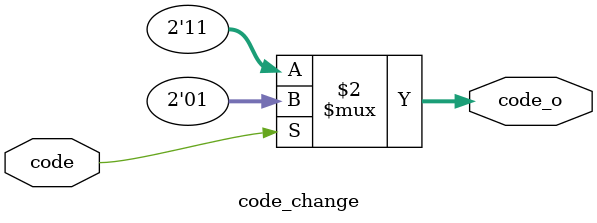
<source format=v>
`timescale 1ns / 1ps


module code_change(
    input                           code        ,
    output  signed  [1:0]           code_o      
    );

assign code_o = (code == 1'b1) ? 2'b01 : 2'b11;
    
endmodule

</source>
